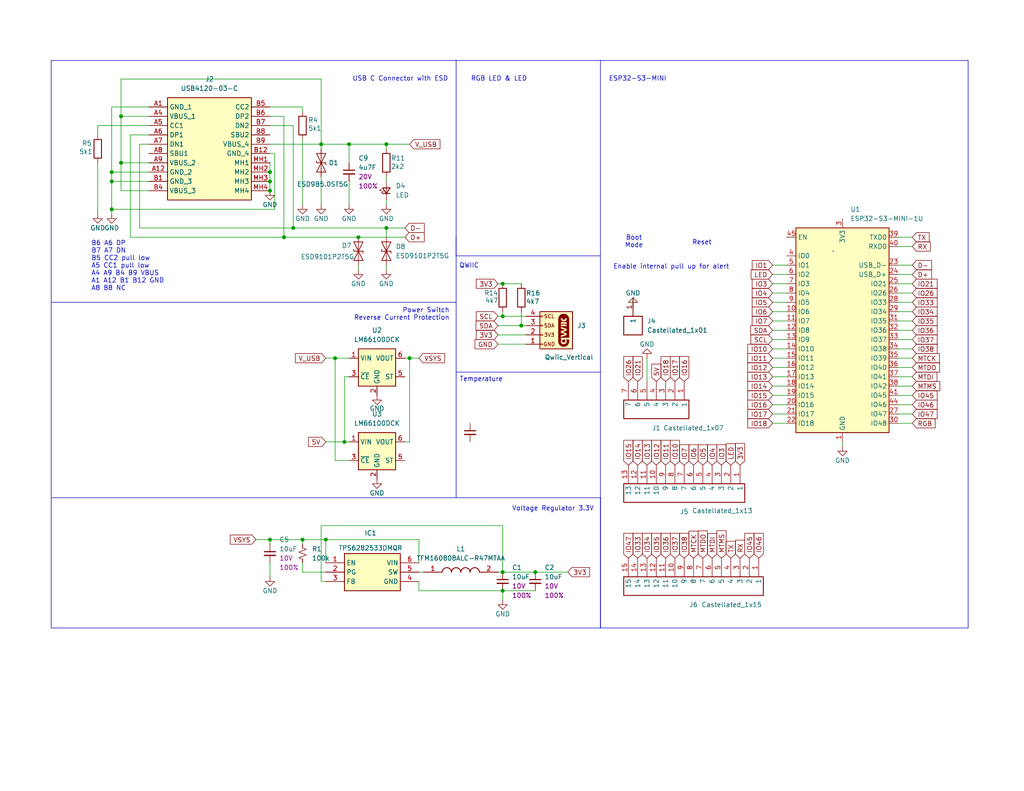
<source format=kicad_sch>
(kicad_sch (version 20250114) (generator "eeschema") (generator_version "9.0")
  (paper "USLetter")
  (title_block (title "ESP32-S3-MINI BME210") (date "2026-02-08") (rev "1.0"))
  (lib_symbols
    (symbol "Castellated_Connectors:Castellated_1x01"
      (property "Reference" "J" (at 0 5.08 0))
      (property "Value" "Castellated_1x01" (at 0 -5.08 0))
      (symbol "Castellated_1x01_1_1"
        (pin passive line (at -7.62 0 0) (length 5.08) (name "1") (number "1"))
      )
    )
    (symbol "Castellated_Connectors:Castellated_1x07"
      (property "Reference" "J" (at 0 11.43 0))
      (property "Value" "Castellated_1x07" (at 0 -11.43 0))
      (symbol "Castellated_1x07_1_1"
        (pin passive line (at -7.62 7.62 0) (length 5.08) (name "1") (number "1"))
        (pin passive line (at -7.62 5.08 0) (length 5.08) (name "2") (number "2"))
        (pin passive line (at -7.62 2.54 0) (length 5.08) (name "3") (number "3"))
        (pin passive line (at -7.62 0 0) (length 5.08) (name "4") (number "4"))
        (pin passive line (at -7.62 -2.54 0) (length 5.08) (name "5") (number "5"))
        (pin passive line (at -7.62 -5.08 0) (length 5.08) (name "6") (number "6"))
        (pin passive line (at -7.62 -7.62 0) (length 5.08) (name "7") (number "7"))
      )
    )
    (symbol "Castellated_Connectors:Castellated_1x13"
      (property "Reference" "J" (at 0 19.05 0))
      (property "Value" "Castellated_1x13" (at 0 -19.05 0))
      (symbol "Castellated_1x13_1_1"
        (pin passive line (at -7.62 15.24 0) (length 5.08) (name "1") (number "1"))
        (pin passive line (at -7.62 12.7 0) (length 5.08) (name "2") (number "2"))
        (pin passive line (at -7.62 10.16 0) (length 5.08) (name "3") (number "3"))
        (pin passive line (at -7.62 7.62 0) (length 5.08) (name "4") (number "4"))
        (pin passive line (at -7.62 5.08 0) (length 5.08) (name "5") (number "5"))
        (pin passive line (at -7.62 2.54 0) (length 5.08) (name "6") (number "6"))
        (pin passive line (at -7.62 0 0) (length 5.08) (name "7") (number "7"))
        (pin passive line (at -7.62 -2.54 0) (length 5.08) (name "8") (number "8"))
        (pin passive line (at -7.62 -5.08 0) (length 5.08) (name "9") (number "9"))
        (pin passive line (at -7.62 -7.62 0) (length 5.08) (name "10") (number "10"))
        (pin passive line (at -7.62 -10.16 0) (length 5.08) (name "11") (number "11"))
        (pin passive line (at -7.62 -12.7 0) (length 5.08) (name "12") (number "12"))
        (pin passive line (at -7.62 -15.24 0) (length 5.08) (name "13") (number "13"))
      )
    )
    (symbol "Castellated_Connectors:Castellated_1x15"
      (property "Reference" "J" (at 0 21.59 0))
      (property "Value" "Castellated_1x15" (at 0 -21.59 0))
      (symbol "Castellated_1x15_1_1"
        (pin passive line (at -7.62 17.78 0) (length 5.08) (name "1") (number "1"))
        (pin passive line (at -7.62 15.24 0) (length 5.08) (name "2") (number "2"))
        (pin passive line (at -7.62 12.7 0) (length 5.08) (name "3") (number "3"))
        (pin passive line (at -7.62 10.16 0) (length 5.08) (name "4") (number "4"))
        (pin passive line (at -7.62 7.62 0) (length 5.08) (name "5") (number "5"))
        (pin passive line (at -7.62 5.08 0) (length 5.08) (name "6") (number "6"))
        (pin passive line (at -7.62 2.54 0) (length 5.08) (name "7") (number "7"))
        (pin passive line (at -7.62 0 0) (length 5.08) (name "8") (number "8"))
        (pin passive line (at -7.62 -2.54 0) (length 5.08) (name "9") (number "9"))
        (pin passive line (at -7.62 -5.08 0) (length 5.08) (name "10") (number "10"))
        (pin passive line (at -7.62 -7.62 0) (length 5.08) (name "11") (number "11"))
        (pin passive line (at -7.62 -10.16 0) (length 5.08) (name "12") (number "12"))
        (pin passive line (at -7.62 -12.7 0) (length 5.08) (name "13") (number "13"))
        (pin passive line (at -7.62 -15.24 0) (length 5.08) (name "14") (number "14"))
        (pin passive line (at -7.62 -17.78 0) (length 5.08) (name "15") (number "15"))
      )
    )
    (symbol "Device:R" (pin_numbers (hide yes)) (pin_names (offset 0))
      (property "Reference" "R" (at 2.032 0 90))
      (property "Value" "R" (at 0 0 90))
      (symbol "R_1_1"
        (pin passive line (at 0 3.81 270) (length 1.27) (name "~") (number "1"))
        (pin passive line (at 0 -3.81 90) (length 1.27) (name "~") (number "2"))
      )
    )
    (symbol "Diode:ESD9B5.0ST5G" (pin_numbers (hide yes)) (pin_names (offset 1.016) (hide yes))
      (property "Reference" "D" (at 0 2.54 0))
      (property "Value" "ESD9B5.0ST5G" (at 0 -2.54 0))
      (symbol "ESD9B5.0ST5G_1_1"
        (pin passive line (at -3.81 0 0) (length 2.54) (name "A1") (number "1"))
        (pin passive line (at 3.81 0 180) (length 2.54) (name "A2") (number "2"))
      )
    )
    (symbol "ESP32:TFM160808ALC-R47MTAA" (pin_names (hide yes))
      (property "Reference" "L" (at 16.51 6.35 0))
      (property "Value" "TFM160808ALC-R47MTAA" (at 16.51 3.81 0))
      (symbol "TFM160808ALC-R47MTAA_1_1"
        (pin passive line (at 0 0 0) (length 5.08) (name "1") (number "1"))
        (pin passive line (at 20.32 0 180) (length 5.08) (name "2") (number "2"))
      )
    )
    (symbol "ESP32:TPS6282533DMQR"
      (property "Reference" "IC" (at 21.59 7.62 0))
      (property "Value" "TPS6282533DMQR" (at 21.59 5.08 0))
      (symbol "TPS6282533DMQR_1_1"
        (pin passive line (at 0 0 0) (length 5.08) (name "EN") (number "1"))
        (pin passive line (at 0 -2.54 0) (length 5.08) (name "PG") (number "2"))
        (pin passive line (at 0 -5.08 0) (length 5.08) (name "FB") (number "3"))
        (pin passive line (at 25.4 0 180) (length 5.08) (name "VIN") (number "6"))
        (pin passive line (at 25.4 -2.54 180) (length 5.08) (name "SW") (number "5"))
        (pin passive line (at 25.4 -5.08 180) (length 5.08) (name "GND") (number "4"))
      )
    )
    (symbol "ESP32:USB4120-03-C"
      (property "Reference" "J" (at 29.21 7.62 0))
      (property "Value" "USB4120-03-C" (at 29.21 5.08 0))
      (symbol "USB4120-03-C_1_1"
        (pin passive line (at 0 0 0) (length 5.08) (name "GND_1") (number "A1"))
        (pin passive line (at 0 -2.54 0) (length 5.08) (name "VBUS_1") (number "A4"))
        (pin passive line (at 0 -5.08 0) (length 5.08) (name "CC1") (number "A5"))
        (pin passive line (at 0 -7.62 0) (length 5.08) (name "DP1") (number "A6"))
        (pin passive line (at 0 -10.16 0) (length 5.08) (name "DN1") (number "A7"))
        (pin passive line (at 0 -12.7 0) (length 5.08) (name "SBU1") (number "A8"))
        (pin passive line (at 0 -15.24 0) (length 5.08) (name "VBUS_2") (number "A9"))
        (pin passive line (at 0 -17.78 0) (length 5.08) (name "GND_2") (number "A12"))
        (pin passive line (at 0 -20.32 0) (length 5.08) (name "GND_3") (number "B1"))
        (pin passive line (at 0 -22.86 0) (length 5.08) (name "VBUS_3") (number "B4"))
        (pin passive line (at 33.02 0 180) (length 5.08) (name "CC2") (number "B5"))
        (pin passive line (at 33.02 -2.54 180) (length 5.08) (name "DP2") (number "B6"))
        (pin passive line (at 33.02 -5.08 180) (length 5.08) (name "DN2") (number "B7"))
        (pin passive line (at 33.02 -7.62 180) (length 5.08) (name "SBU2") (number "B8"))
        (pin passive line (at 33.02 -10.16 180) (length 5.08) (name "VBUS_4") (number "B9"))
        (pin passive line (at 33.02 -12.7 180) (length 5.08) (name "GND_4") (number "B12"))
        (pin passive line (at 33.02 -15.24 180) (length 5.08) (name "MH1") (number "MH1"))
        (pin passive line (at 33.02 -17.78 180) (length 5.08) (name "MH2") (number "MH2"))
        (pin passive line (at 33.02 -20.32 180) (length 5.08) (name "MH3") (number "MH3"))
        (pin passive line (at 33.02 -22.86 180) (length 5.08) (name "MH4") (number "MH4"))
      )
    )
    (symbol "PCM_SparkFun-Capacitor:10nF_0402_25V_10%" (pin_numbers (hide yes)) (pin_names (offset 0.254))
      (property "Reference" "C" (at 0.635 2.54 0))
      (property "Value" "10nF" (at 0.635 -2.54 0))
      (property "Voltage" "50V" (at 0 -6.35 0))
      (property "Tolerance" "10%" (at 0 -8.89 0))
      (symbol "10nF_0402_25V_10%_1_1"
        (pin passive line (at 0 2.54 270) (length 2.032) (name "~") (number "1"))
        (pin passive line (at 0 -2.54 90) (length 2.032) (name "~") (number "2"))
      )
    )
    (symbol "PCM_SparkFun-Capacitor:C" (pin_numbers (hide yes)) (pin_names (offset 0.254))
      (property "Reference" "C" (at 0.635 2.54 0))
      (property "Value" "C" (at 0.635 -2.54 0))
      (property "Voltage" "1kV" (at 0 -6.35 0))
      (property "Tolerance" "100%" (at 0 -8.89 0))
      (symbol "C_1_1"
        (pin passive line (at 0 2.54 270) (length 2.032) (name "~") (number "1"))
        (pin passive line (at 0 -2.54 90) (length 2.032) (name "~") (number "2"))
      )
    )
    (symbol "PCM_SparkFun-Connector:Qwiic_Vertical" (pin_names (offset 1.016) (hide yes))
      (property "Reference" "J" (at 0 5.08 0))
      (property "Value" "Qwiic_Vertical" (at 0 -7.62 0))
      (symbol "Qwiic_Vertical_1_1"
        (text "SCL" (at 1.27 2.54 0) (effects (font (size 1 1))))
        (text "SDA" (at 1.27 0 0) (effects (font (size 1 1))))
        (text "3V3" (at 1.27 -2.54 0) (effects (font (size 1 1))))
        (text "GND" (at 1.27 -5.08 0) (effects (font (size 1 1))))
        (pin passive line (at -5.08 2.54 0) (length 3.81) (name "Pin_4") (number "4"))
        (pin passive line (at -5.08 0 0) (length 3.81) (name "Pin_3") (number "3"))
        (pin passive line (at -5.08 -2.54 0) (length 3.81) (name "Pin_2") (number "2"))
        (pin passive line (at -5.08 -5.08 0) (length 3.81) (name "Pin_1") (number "1"))
        (pin no_connect line (at 2.54 3.81 270) (length 2.54) (hide yes) (name "NC") (number "NC1"))
        (pin no_connect line (at 2.54 3.81 270) (length 2.54) (hide yes) (name "NC") (number "NC2"))
      )
    )
    (symbol "PCM_SparkFun-LED:LED" (pin_numbers (hide yes)) (pin_names (offset 1.016) (hide yes))
      (property "Reference" "D" (at 0 2.54 0))
      (property "Value" "LED" (at 0 -2.54 0))
      (symbol "LED_1_1"
        (pin passive line (at -2.54 0 0) (length 1.778) (name "K") (number "1"))
        (pin passive line (at 2.54 0 180) (length 1.778) (name "A") (number "2"))
      )
    )
    (symbol "PCM_SparkFun-PowerSymbol:GND" (power) (pin_names (offset 0))
      (property "Value" "GND" (at 0 -3.81 0))
      (symbol "GND_1_1"
        (pin power_in line (at 0 0 270) (length 0) (hide yes) (name "GND") (number "1"))
      )
    )
    (symbol "PCM_SparkFun-Resistor:100k_0402" (pin_numbers (hide yes)) (pin_names (offset 0))
      (property "Reference" "R" (at 0 -2.54 0))
      (property "Value" "100k" (at 0 2.54 0))
      (symbol "100k_0402_1_1"
        (pin passive line (at -2.54 0 0) (length 1.016) (name "~") (number "1"))
        (pin passive line (at 2.54 0 180) (length 1.016) (name "~") (number "2"))
      )
    )
    (symbol "Power_Management:LM66100DCK"
      (property "Reference" "U" (at -5.08 6.096 0))
      (property "Value" "LM66100DCK" (at 0.254 -6.35 0))
      (symbol "LM66100DCK_1_1"
        (pin power_in line (at -7.62 2.54 0) (length 2.54) (name "VIN") (number "1"))
        (pin input line (at -7.62 -2.54 0) (length 2.54) (name "~{CE}") (number "3"))
        (pin no_connect line (at 0 5.08 270) (length 2.54) (hide yes) (name "NC") (number "4"))
        (pin power_in line (at 0 -7.62 90) (length 2.54) (name "GND") (number "2"))
        (pin power_out line (at 7.62 2.54 180) (length 2.54) (name "VOUT") (number "6"))
        (pin open_collector line (at 7.62 -2.54 180) (length 2.54) (name "ST") (number "5"))
      )
    )
    (symbol "RF_Module:ESP32-S3-MINI-1U"
      (property "Reference" "U" (at -11.43 29.21 0))
      (property "Value" "ESP32-S3-MINI-1U" (at 12.7 29.21 0))
      (symbol "ESP32-S3-MINI-1U_1_1"
        (pin input line (at -15.24 25.4 0) (length 2.54) (name "EN") (number "45"))
        (pin bidirectional line (at -15.24 20.32 0) (length 2.54) (name "IO0") (number "4"))
        (pin bidirectional line (at -15.24 17.78 0) (length 2.54) (name "IO1") (number "5"))
        (pin bidirectional line (at -15.24 15.24 0) (length 2.54) (name "IO2") (number "6"))
        (pin bidirectional line (at -15.24 12.7 0) (length 2.54) (name "IO3") (number "7"))
        (pin bidirectional line (at -15.24 10.16 0) (length 2.54) (name "IO4") (number "8"))
        (pin bidirectional line (at -15.24 7.62 0) (length 2.54) (name "IO5") (number "9"))
        (pin bidirectional line (at -15.24 5.08 0) (length 2.54) (name "IO6") (number "10"))
        (pin bidirectional line (at -15.24 2.54 0) (length 2.54) (name "IO7") (number "11"))
        (pin bidirectional line (at -15.24 0 0) (length 2.54) (name "IO8") (number "12"))
        (pin bidirectional line (at -15.24 -2.54 0) (length 2.54) (name "IO9") (number "13"))
        (pin bidirectional line (at -15.24 -5.08 0) (length 2.54) (name "IO10") (number "14"))
        (pin bidirectional line (at -15.24 -7.62 0) (length 2.54) (name "IO11") (number "15"))
        (pin bidirectional line (at -15.24 -10.16 0) (length 2.54) (name "IO12") (number "16"))
        (pin bidirectional line (at -15.24 -12.7 0) (length 2.54) (name "IO13") (number "17"))
        (pin bidirectional line (at -15.24 -15.24 0) (length 2.54) (name "IO14") (number "18"))
        (pin bidirectional line (at -15.24 -17.78 0) (length 2.54) (name "IO15") (number "19"))
        (pin bidirectional line (at -15.24 -20.32 0) (length 2.54) (name "IO16") (number "20"))
        (pin bidirectional line (at -15.24 -22.86 0) (length 2.54) (name "IO17") (number "21"))
        (pin bidirectional line (at -15.24 -25.4 0) (length 2.54) (name "IO18") (number "22"))
        (pin power_in line (at 0 30.48 270) (length 2.54) (name "3V3") (number "3"))
        (pin power_in line (at 0 -30.48 90) (length 2.54) (name "GND") (number "1"))
        (pin passive line (at 0 -30.48 90) (length 2.54) (hide yes) (name "GND") (number "2"))
        (pin passive line (at 0 -30.48 90) (length 2.54) (hide yes) (name "GND") (number "42"))
        (pin passive line (at 0 -30.48 90) (length 2.54) (hide yes) (name "GND") (number "43"))
        (pin passive line (at 0 -30.48 90) (length 2.54) (hide yes) (name "GND") (number "46"))
        (pin passive line (at 0 -30.48 90) (length 2.54) (hide yes) (name "GND") (number "47"))
        (pin passive line (at 0 -30.48 90) (length 2.54) (hide yes) (name "GND") (number "48"))
        (pin passive line (at 0 -30.48 90) (length 2.54) (hide yes) (name "GND") (number "49"))
        (pin passive line (at 0 -30.48 90) (length 2.54) (hide yes) (name "GND") (number "50"))
        (pin passive line (at 0 -30.48 90) (length 2.54) (hide yes) (name "GND") (number "51"))
        (pin passive line (at 0 -30.48 90) (length 2.54) (hide yes) (name "GND") (number "52"))
        (pin passive line (at 0 -30.48 90) (length 2.54) (hide yes) (name "GND") (number "53"))
        (pin passive line (at 0 -30.48 90) (length 2.54) (hide yes) (name "GND") (number "54"))
        (pin passive line (at 0 -30.48 90) (length 2.54) (hide yes) (name "GND") (number "55"))
        (pin passive line (at 0 -30.48 90) (length 2.54) (hide yes) (name "GND") (number "56"))
        (pin passive line (at 0 -30.48 90) (length 2.54) (hide yes) (name "GND") (number "57"))
        (pin passive line (at 0 -30.48 90) (length 2.54) (hide yes) (name "GND") (number "58"))
        (pin passive line (at 0 -30.48 90) (length 2.54) (hide yes) (name "GND") (number "59"))
        (pin passive line (at 0 -30.48 90) (length 2.54) (hide yes) (name "GND") (number "60"))
        (pin passive line (at 0 -30.48 90) (length 2.54) (hide yes) (name "GND") (number "61"))
        (pin passive line (at 0 -30.48 90) (length 2.54) (hide yes) (name "GND") (number "62"))
        (pin passive line (at 0 -30.48 90) (length 2.54) (hide yes) (name "GND") (number "63"))
        (pin passive line (at 0 -30.48 90) (length 2.54) (hide yes) (name "GND") (number "64"))
        (pin passive line (at 0 -30.48 90) (length 2.54) (hide yes) (name "GND") (number "65"))
        (pin bidirectional line (at 15.24 25.4 180) (length 2.54) (name "TXD0") (number "39"))
        (pin bidirectional line (at 15.24 22.86 180) (length 2.54) (name "RXD0") (number "40"))
        (pin bidirectional line (at 15.24 17.78 180) (length 2.54) (name "USB_D-") (number "23"))
        (pin bidirectional line (at 15.24 15.24 180) (length 2.54) (name "USB_D+") (number "24"))
        (pin bidirectional line (at 15.24 12.7 180) (length 2.54) (name "IO21") (number "25"))
        (pin bidirectional line (at 15.24 10.16 180) (length 2.54) (name "IO26") (number "26"))
        (pin bidirectional line (at 15.24 7.62 180) (length 2.54) (name "IO33") (number "28"))
        (pin bidirectional line (at 15.24 5.08 180) (length 2.54) (name "IO34") (number "29"))
        (pin bidirectional line (at 15.24 2.54 180) (length 2.54) (name "IO35") (number "31"))
        (pin bidirectional line (at 15.24 0 180) (length 2.54) (name "IO36") (number "32"))
        (pin bidirectional line (at 15.24 -2.54 180) (length 2.54) (name "IO37") (number "33"))
        (pin bidirectional line (at 15.24 -5.08 180) (length 2.54) (name "IO38") (number "34"))
        (pin bidirectional line (at 15.24 -7.62 180) (length 2.54) (name "IO39") (number "35"))
        (pin bidirectional line (at 15.24 -10.16 180) (length 2.54) (name "IO40") (number "36"))
        (pin bidirectional line (at 15.24 -12.7 180) (length 2.54) (name "IO41") (number "37"))
        (pin bidirectional line (at 15.24 -15.24 180) (length 2.54) (name "IO42") (number "38"))
        (pin bidirectional line (at 15.24 -17.78 180) (length 2.54) (name "IO45") (number "41"))
        (pin bidirectional line (at 15.24 -20.32 180) (length 2.54) (name "IO46") (number "44"))
        (pin bidirectional line (at 15.24 -22.86 180) (length 2.54) (name "IO47") (number "27"))
        (pin bidirectional line (at 15.24 -25.4 180) (length 2.54) (name "IO48") (number "30"))
      )
    )
  )
  (circle (center 227.33 68.58) (radius 0.0001))
  (text "Voltage Regulator 3.3V" (at 150.876 138.938 0) (effects (font (size 1.27 1.27))))
  (text "Boot\nMode" (at 172.974 66.04 0) (effects (font (size 1.27 1.27))))
  (text "ESP32-S3-MINI" (at 173.99 21.59 0) (effects (font (size 1.27 1.27))))
  (text "Power Switch\nReverse Current Protection" (at 122.682 85.852 0) (effects (font (size 1.27 1.27)) (justify right)))
  (text "Temperature" (at 131.318 103.632 0) (effects (font (size 1.27 1.27))))
  (text "RGB LED & LED" (at 136.144 21.59 0) (effects (font (size 1.27 1.27))))
  (text "Reset" (at 191.516 66.294 0) (effects (font (size 1.27 1.27))))
  (text "Enable internal pull up for alert" (at 183.134 72.898 0) (effects (font (size 1.27 1.27))))
  (text "B6 A6 DP\nB7 A7 DN\nB5 CC2 pull low\nA5 CC1 pull low\nA4 A9 B4 B9 VBUS\nA1 A12 B1 B12 GND\nA8 B8 NC\n" (at 24.892 72.644 0) (effects (font (size 1.27 1.27)) (justify left)))
  (text "USB C Connector with ESD" (at 109.22 21.59 0) (effects (font (size 1.27 1.27))))
  (text "QWIIC\n" (at 128.016 72.644 0) (effects (font (size 1.27 1.27))))
  (junction (at 73.66 147.32))
  (junction (at 105.41 62.23))
  (junction (at 95.25 39.37))
  (junction (at 82.55 147.32))
  (junction (at 33.02 31.75))
  (junction (at 105.41 39.37))
  (junction (at 77.47 64.77))
  (junction (at 111.76 97.79))
  (junction (at 30.48 46.99))
  (junction (at 137.16 161.29))
  (junction (at 30.48 49.53))
  (junction (at 33.02 44.45))
  (junction (at 146.05 156.21))
  (junction (at 93.98 120.65))
  (junction (at 73.66 52.07))
  (junction (at 137.16 156.21))
  (junction (at 97.79 64.77))
  (junction (at 80.01 62.23))
  (junction (at 88.9 147.32))
  (junction (at 87.63 39.37))
  (junction (at 73.66 46.99))
  (junction (at 137.16 77.47))
  (junction (at 30.48 57.15))
  (junction (at 142.24 88.9))
  (junction (at 73.66 49.53))
  (junction (at 137.16 86.36))
  (junction (at 91.44 97.79))
  (wire (pts (xy 110.49 97.79) (xy 111.76 97.79)))
  (polyline (pts (xy 124.46 82.55) (xy 13.97 82.55)) (stroke (width 0) (type solid)))
  (wire (pts (xy 210.82 80.01) (xy 214.63 80.01)))
  (wire (pts (xy 91.44 97.79) (xy 95.25 97.79)))
  (wire (pts (xy 87.63 143.51) (xy 137.16 143.51)))
  (wire (pts (xy 210.82 105.41) (xy 214.63 105.41)))
  (wire (pts (xy 30.48 49.53) (xy 30.48 57.15)))
  (wire (pts (xy 229.87 120.65) (xy 229.87 121.92)))
  (wire (pts (xy 88.9 156.21) (xy 82.55 156.21)))
  (wire (pts (xy 172.72 81.28) (xy 172.72 83.82)))
  (polyline (pts (xy 124.46 101.6) (xy 163.83 101.6)) (stroke (width 0) (type solid)))
  (polyline (pts (xy 264.16 16.51) (xy 264.16 171.45)) (stroke (width 0) (type solid)))
  (wire (pts (xy 77.47 31.75) (xy 77.47 64.77)))
  (wire (pts (xy 26.67 44.45) (xy 26.67 58.42)))
  (wire (pts (xy 105.41 40.64) (xy 105.41 39.37)))
  (wire (pts (xy 26.67 34.29) (xy 26.67 36.83)))
  (wire (pts (xy 105.41 48.26) (xy 105.41 49.53)))
  (polyline (pts (xy 163.83 69.85) (xy 124.46 69.85)) (stroke (width 0) (type solid)))
  (wire (pts (xy 82.55 156.21) (xy 82.55 153.67)))
  (wire (pts (xy 245.11 105.41) (xy 248.92 105.41)))
  (wire (pts (xy 97.79 72.39) (xy 97.79 73.66)))
  (wire (pts (xy 91.44 125.73) (xy 95.25 125.73)))
  (wire (pts (xy 26.67 34.29) (xy 40.64 34.29)))
  (wire (pts (xy 248.92 92.71) (xy 245.11 92.71)))
  (wire (pts (xy 210.82 110.49) (xy 214.63 110.49)))
  (wire (pts (xy 95.25 49.53) (xy 95.25 55.88)))
  (wire (pts (xy 135.89 91.44) (xy 143.51 91.44)))
  (wire (pts (xy 73.66 147.32) (xy 73.66 148.59)))
  (wire (pts (xy 248.92 87.63) (xy 245.11 87.63)))
  (wire (pts (xy 30.48 49.53) (xy 40.64 49.53)))
  (wire (pts (xy 245.11 74.93) (xy 248.92 74.93)))
  (polyline (pts (xy 163.83 16.51) (xy 163.83 133.35)) (stroke (width 0) (type solid)))
  (wire (pts (xy 248.92 85.09) (xy 245.11 85.09)))
  (wire (pts (xy 88.9 153.67) (xy 88.9 147.32)))
  (wire (pts (xy 82.55 147.32) (xy 88.9 147.32)))
  (wire (pts (xy 73.66 46.99) (xy 73.66 49.53)))
  (wire (pts (xy 33.02 31.75) (xy 40.64 31.75)))
  (wire (pts (xy 82.55 29.21) (xy 82.55 30.48)))
  (wire (pts (xy 137.16 86.36) (xy 143.51 86.36)))
  (wire (pts (xy 105.41 54.61) (xy 105.41 55.88)))
  (wire (pts (xy 93.98 102.87) (xy 95.25 102.87)))
  (polyline (pts (xy 13.97 135.89) (xy 124.46 135.89)) (stroke (width 0) (type solid)))
  (polyline (pts (xy 163.83 135.89) (xy 163.83 133.35)) (stroke (width 0) (type solid)))
  (wire (pts (xy 111.76 97.79) (xy 114.3 97.79)))
  (wire (pts (xy 210.82 115.57) (xy 214.63 115.57)))
  (wire (pts (xy 35.56 64.77) (xy 77.47 64.77)))
  (wire (pts (xy 30.48 46.99) (xy 40.64 46.99)))
  (wire (pts (xy 33.02 31.75) (xy 33.02 44.45)))
  (wire (pts (xy 210.82 97.79) (xy 214.63 97.79)))
  (wire (pts (xy 30.48 57.15) (xy 30.48 58.42)))
  (wire (pts (xy 87.63 21.59) (xy 87.63 39.37)))
  (wire (pts (xy 210.82 82.55) (xy 214.63 82.55)))
  (wire (pts (xy 30.48 29.21) (xy 40.64 29.21)))
  (wire (pts (xy 69.85 147.32) (xy 73.66 147.32)))
  (wire (pts (xy 95.25 39.37) (xy 105.41 39.37)))
  (wire (pts (xy 210.82 74.93) (xy 214.63 74.93)))
  (wire (pts (xy 30.48 29.21) (xy 30.48 46.99)))
  (wire (pts (xy 88.9 158.75) (xy 87.63 158.75)))
  (wire (pts (xy 248.92 113.03) (xy 245.11 113.03)))
  (polyline (pts (xy 13.97 82.55) (xy 13.97 137.16)) (stroke (width 0) (type solid)))
  (wire (pts (xy 91.44 97.79) (xy 91.44 125.73)))
  (wire (pts (xy 135.89 93.98) (xy 143.51 93.98)))
  (wire (pts (xy 88.9 120.65) (xy 93.98 120.65)))
  (wire (pts (xy 105.41 64.77) (xy 105.41 62.23)))
  (wire (pts (xy 135.89 156.21) (xy 137.16 156.21)))
  (wire (pts (xy 73.66 34.29) (xy 80.01 34.29)))
  (wire (pts (xy 210.82 113.03) (xy 214.63 113.03)))
  (wire (pts (xy 93.98 102.87) (xy 93.98 120.65)))
  (wire (pts (xy 248.92 77.47) (xy 245.11 77.47)))
  (wire (pts (xy 73.66 29.21) (xy 82.55 29.21)))
  (wire (pts (xy 88.9 97.79) (xy 91.44 97.79)))
  (wire (pts (xy 135.89 77.47) (xy 137.16 77.47)))
  (wire (pts (xy 35.56 36.83) (xy 35.56 64.77)))
  (polyline (pts (xy 124.46 69.85) (xy 124.46 64.77)) (stroke (width 0) (type solid)))
  (wire (pts (xy 73.66 147.32) (xy 82.55 147.32)))
  (wire (pts (xy 73.66 31.75) (xy 77.47 31.75)))
  (wire (pts (xy 87.63 48.26) (xy 87.63 55.88)))
  (wire (pts (xy 82.55 147.32) (xy 82.55 148.59)))
  (wire (pts (xy 146.05 156.21) (xy 154.94 156.21)))
  (wire (pts (xy 245.11 102.87) (xy 248.92 102.87)))
  (wire (pts (xy 38.1 39.37) (xy 40.64 39.37)))
  (wire (pts (xy 73.66 49.53) (xy 73.66 52.07)))
  (polyline (pts (xy 124.46 16.51) (xy 163.83 16.51)))
  (wire (pts (xy 77.47 64.77) (xy 97.79 64.77)))
  (wire (pts (xy 30.48 46.99) (xy 30.48 49.53)))
  (polyline (pts (xy 163.83 171.45) (xy 163.83 135.89)) (stroke (width 0) (type solid)))
  (wire (pts (xy 38.1 62.23) (xy 38.1 39.37)))
  (wire (pts (xy 114.3 147.32) (xy 114.3 153.67)))
  (wire (pts (xy 74.93 41.91) (xy 73.66 41.91)))
  (wire (pts (xy 248.92 110.49) (xy 245.11 110.49)))
  (polyline (pts (xy 13.97 137.16) (xy 13.97 171.45)) (stroke (width 0) (type solid)))
  (polyline (pts (xy 13.97 171.45) (xy 163.83 171.45)) (stroke (width 0) (type solid)))
  (wire (pts (xy 33.02 44.45) (xy 40.64 44.45)))
  (wire (pts (xy 80.01 34.29) (xy 80.01 62.23)))
  (wire (pts (xy 210.82 90.17) (xy 214.63 90.17)))
  (wire (pts (xy 73.66 39.37) (xy 87.63 39.37)))
  (wire (pts (xy 210.82 102.87) (xy 214.63 102.87)))
  (wire (pts (xy 40.64 52.07) (xy 33.02 52.07)))
  (wire (pts (xy 73.66 44.45) (xy 73.66 46.99)))
  (wire (pts (xy 114.3 158.75) (xy 114.3 161.29)))
  (wire (pts (xy 105.41 72.39) (xy 105.41 73.66)))
  (wire (pts (xy 142.24 88.9) (xy 143.51 88.9)))
  (wire (pts (xy 210.82 92.71) (xy 214.63 92.71)))
  (wire (pts (xy 33.02 21.59) (xy 87.63 21.59)))
  (polyline (pts (xy 264.16 171.45) (xy 163.83 171.45)) (stroke (width 0) (type solid)))
  (polyline (pts (xy 13.97 16.51) (xy 13.97 82.55)) (stroke (width 0) (type solid)))
  (wire (pts (xy 245.11 64.77) (xy 248.92 64.77)))
  (wire (pts (xy 88.9 147.32) (xy 114.3 147.32)))
  (wire (pts (xy 176.53 97.79) (xy 176.53 104.14)))
  (wire (pts (xy 105.41 62.23) (xy 110.49 62.23)))
  (wire (pts (xy 245.11 100.33) (xy 248.92 100.33)))
  (wire (pts (xy 135.89 86.36) (xy 137.16 86.36)))
  (wire (pts (xy 245.11 72.39) (xy 248.92 72.39)))
  (wire (pts (xy 137.16 77.47) (xy 142.24 77.47)))
  (wire (pts (xy 210.82 100.33) (xy 214.63 100.33)))
  (wire (pts (xy 210.82 85.09) (xy 214.63 85.09)))
  (wire (pts (xy 245.11 67.31) (xy 248.92 67.31)))
  (wire (pts (xy 210.82 72.39) (xy 214.63 72.39)))
  (wire (pts (xy 137.16 85.09) (xy 137.16 86.36)))
  (wire (pts (xy 114.3 156.21) (xy 115.57 156.21)))
  (wire (pts (xy 74.93 57.15) (xy 30.48 57.15)))
  (wire (pts (xy 87.63 39.37) (xy 87.63 40.64)))
  (wire (pts (xy 245.11 95.25) (xy 248.92 95.25)))
  (wire (pts (xy 80.01 62.23) (xy 105.41 62.23)))
  (wire (pts (xy 105.41 39.37) (xy 111.76 39.37)))
  (wire (pts (xy 33.02 31.75) (xy 33.02 21.59)))
  (wire (pts (xy 137.16 143.51) (xy 137.16 156.21)))
  (wire (pts (xy 87.63 39.37) (xy 95.25 39.37)))
  (wire (pts (xy 142.24 85.09) (xy 142.24 88.9)))
  (wire (pts (xy 210.82 87.63) (xy 214.63 87.63)))
  (wire (pts (xy 137.16 156.21) (xy 146.05 156.21)))
  (wire (pts (xy 137.16 161.29) (xy 137.16 163.83)))
  (wire (pts (xy 33.02 44.45) (xy 33.02 52.07)))
  (wire (pts (xy 114.3 161.29) (xy 137.16 161.29)))
  (wire (pts (xy 248.92 90.17) (xy 245.11 90.17)))
  (wire (pts (xy 245.11 97.79) (xy 248.92 97.79)))
  (wire (pts (xy 97.79 64.77) (xy 110.49 64.77)))
  (wire (pts (xy 137.16 161.29) (xy 146.05 161.29)))
  (polyline (pts (xy 13.97 16.51) (xy 124.46 16.51)) (stroke (width 0) (type solid)))
  (wire (pts (xy 210.82 107.95) (xy 214.63 107.95)))
  (wire (pts (xy 111.76 120.65) (xy 111.76 97.79)))
  (wire (pts (xy 93.98 120.65) (xy 95.25 120.65)))
  (wire (pts (xy 38.1 62.23) (xy 80.01 62.23)))
  (wire (pts (xy 248.92 80.01) (xy 245.11 80.01)))
  (wire (pts (xy 87.63 158.75) (xy 87.63 143.51)))
  (polyline (pts (xy 163.83 171.45) (xy 163.83 135.89)) (stroke (width 0) (type solid)))
  (wire (pts (xy 73.66 153.67) (xy 73.66 157.48)))
  (wire (pts (xy 245.11 115.57) (xy 248.92 115.57)))
  (wire (pts (xy 74.93 41.91) (xy 74.93 57.15)))
  (wire (pts (xy 248.92 82.55) (xy 245.11 82.55)))
  (polyline (pts (xy 124.46 135.89) (xy 163.83 135.89)) (stroke (width 0) (type solid)))
  (polyline (pts (xy 163.83 16.51) (xy 264.16 16.51)) (stroke (width 0) (type solid)))
  (wire (pts (xy 210.82 95.25) (xy 214.63 95.25)))
  (wire (pts (xy 245.11 107.95) (xy 248.92 107.95)))
  (wire (pts (xy 110.49 120.65) (xy 111.76 120.65)))
  (wire (pts (xy 95.25 39.37) (xy 95.25 44.45)))
  (polyline (pts (xy 124.46 135.89) (xy 124.46 16.51)) (stroke (width 0) (type solid)))
  (wire (pts (xy 135.89 88.9) (xy 142.24 88.9)))
  (wire (pts (xy 210.82 77.47) (xy 214.63 77.47)))
  (wire (pts (xy 82.55 38.1) (xy 82.55 55.88)))
  (wire (pts (xy 40.64 36.83) (xy 35.56 36.83)))
  (global_label "IO18" (shape input) (at 181.61 104.14 90) (property "Intersheetrefs" "${INTERSHEET_REFS}" (effects (hide yes))))
  (global_label "IO3" (shape input) (at 196.85 127 90) (property "Intersheetrefs" "${INTERSHEET_REFS}" (effects (hide yes))))
  (global_label "VSYS" (shape input) (at 69.85 147.32 180) (property "Intersheetrefs" "${INTERSHEET_REFS}" (effects (hide yes))))
  (global_label "V_USB" (shape input) (at 88.9 97.79 180) (property "Intersheetrefs" "${INTERSHEET_REFS}" (effects (hide yes))))
  (global_label "IO35" (shape input) (at 248.92 87.63 0) (property "Intersheetrefs" "${INTERSHEET_REFS}" (effects (hide yes))))
  (global_label "LED" (shape input) (at 199.39 127 90) (property "Intersheetrefs" "${INTERSHEET_REFS}" (effects (hide yes))))
  (global_label "IO36" (shape input) (at 248.92 90.17 0) (property "Intersheetrefs" "${INTERSHEET_REFS}" (effects (hide yes))))
  (global_label "IO10" (shape input) (at 184.15 127 90) (property "Intersheetrefs" "${INTERSHEET_REFS}" (effects (hide yes))))
  (global_label "IO47" (shape input) (at 248.92 113.03 0) (property "Intersheetrefs" "${INTERSHEET_REFS}" (effects (hide yes))))
  (global_label "D-" (shape input) (at 110.49 62.23 0) (property "Intersheetrefs" "${INTERSHEET_REFS}" (effects (hide yes))))
  (global_label "TX" (shape input) (at 199.39 152.4 90) (property "Intersheetrefs" "${INTERSHEET_REFS}" (effects (hide yes))))
  (global_label "IO13" (shape input) (at 176.53 127 90) (property "Intersheetrefs" "${INTERSHEET_REFS}" (effects (hide yes))))
  (global_label "IO33" (shape input) (at 248.92 82.55 0) (property "Intersheetrefs" "${INTERSHEET_REFS}" (effects (hide yes))))
  (global_label "IO12" (shape input) (at 179.07 127 90) (property "Intersheetrefs" "${INTERSHEET_REFS}" (effects (hide yes))))
  (global_label "IO45" (shape input) (at 204.47 152.4 90) (property "Intersheetrefs" "${INTERSHEET_REFS}" (effects (hide yes))))
  (global_label "IO36" (shape input) (at 181.61 152.4 90) (property "Intersheetrefs" "${INTERSHEET_REFS}" (effects (hide yes))))
  (global_label "IO7" (shape input) (at 210.82 87.63 180) (property "Intersheetrefs" "${INTERSHEET_REFS}" (effects (hide yes))))
  (global_label "SCL" (shape input) (at 135.89 86.36 180) (property "Intersheetrefs" "${INTERSHEET_REFS}" (effects (hide yes))))
  (global_label "IO34" (shape input) (at 176.53 152.4 90) (property "Intersheetrefs" "${INTERSHEET_REFS}" (effects (hide yes))))
  (global_label "5V" (shape input) (at 179.07 104.14 90) (property "Intersheetrefs" "${INTERSHEET_REFS}" (effects (hide yes))))
  (global_label "IO14" (shape input) (at 173.99 127 90) (property "Intersheetrefs" "${INTERSHEET_REFS}" (effects (hide yes))))
  (global_label "D-" (shape input) (at 248.92 72.39 0) (property "Intersheetrefs" "${INTERSHEET_REFS}" (effects (hide yes))))
  (global_label "IO46" (shape input) (at 248.92 110.49 0) (property "Intersheetrefs" "${INTERSHEET_REFS}" (effects (hide yes))))
  (global_label "MTCK" (shape input) (at 248.92 97.79 0) (property "Intersheetrefs" "${INTERSHEET_REFS}" (effects (hide yes))))
  (global_label "IO45" (shape input) (at 248.92 107.95 0) (property "Intersheetrefs" "${INTERSHEET_REFS}" (effects (hide yes))))
  (global_label "IO21" (shape input) (at 173.99 104.14 90) (property "Intersheetrefs" "${INTERSHEET_REFS}" (effects (hide yes))))
  (global_label "IO33" (shape input) (at 173.99 152.4 90) (property "Intersheetrefs" "${INTERSHEET_REFS}" (effects (hide yes))))
  (global_label "RGB" (shape input) (at 248.92 115.57 0) (property "Intersheetrefs" "${INTERSHEET_REFS}" (effects (hide yes))))
  (global_label "IO38" (shape input) (at 248.92 95.25 0) (property "Intersheetrefs" "${INTERSHEET_REFS}" (effects (hide yes))))
  (global_label "V_USB" (shape input) (at 111.76 39.37 0) (property "Intersheetrefs" "${INTERSHEET_REFS}" (effects (hide yes))))
  (global_label "IO37" (shape input) (at 184.15 152.4 90) (property "Intersheetrefs" "${INTERSHEET_REFS}" (effects (hide yes))))
  (global_label "3V3" (shape input) (at 135.89 91.44 180) (property "Intersheetrefs" "${INTERSHEET_REFS}" (effects (hide yes))))
  (global_label "3V3" (shape input) (at 154.94 156.21 0) (property "Intersheetrefs" "${INTERSHEET_REFS}" (effects (hide yes))))
  (global_label "IO1" (shape input) (at 210.82 72.39 180) (property "Intersheetrefs" "${INTERSHEET_REFS}" (effects (hide yes))))
  (global_label "VSYS" (shape input) (at 114.3 97.79 0) (property "Intersheetrefs" "${INTERSHEET_REFS}" (effects (hide yes))))
  (global_label "IO6" (shape input) (at 210.82 85.09 180) (property "Intersheetrefs" "${INTERSHEET_REFS}" (effects (hide yes))))
  (global_label "IO11" (shape input) (at 181.61 127 90) (property "Intersheetrefs" "${INTERSHEET_REFS}" (effects (hide yes))))
  (global_label "IO6" (shape input) (at 189.23 127 90) (property "Intersheetrefs" "${INTERSHEET_REFS}" (effects (hide yes))))
  (global_label "RX" (shape input) (at 201.93 152.4 90) (property "Intersheetrefs" "${INTERSHEET_REFS}" (effects (hide yes))))
  (global_label "IO15" (shape input) (at 171.45 127 90) (property "Intersheetrefs" "${INTERSHEET_REFS}" (effects (hide yes))))
  (global_label "LED" (shape input) (at 210.82 74.93 180) (property "Intersheetrefs" "${INTERSHEET_REFS}" (effects (hide yes))))
  (global_label "SCL" (shape input) (at 210.82 92.71 180) (property "Intersheetrefs" "${INTERSHEET_REFS}" (effects (hide yes))))
  (global_label "IO11" (shape input) (at 210.82 97.79 180) (property "Intersheetrefs" "${INTERSHEET_REFS}" (effects (hide yes))))
  (global_label "IO26" (shape input) (at 248.92 80.01 0) (property "Intersheetrefs" "${INTERSHEET_REFS}" (effects (hide yes))))
  (global_label "IO7" (shape input) (at 186.69 127 90) (property "Intersheetrefs" "${INTERSHEET_REFS}" (effects (hide yes))))
  (global_label "MTDI" (shape input) (at 248.92 102.87 0) (property "Intersheetrefs" "${INTERSHEET_REFS}" (effects (hide yes))))
  (global_label "IO37" (shape input) (at 248.92 92.71 0) (property "Intersheetrefs" "${INTERSHEET_REFS}" (effects (hide yes))))
  (global_label "IO34" (shape input) (at 248.92 85.09 0) (property "Intersheetrefs" "${INTERSHEET_REFS}" (effects (hide yes))))
  (global_label "IO35" (shape input) (at 179.07 152.4 90) (property "Intersheetrefs" "${INTERSHEET_REFS}" (effects (hide yes))))
  (global_label "IO16" (shape input) (at 210.82 110.49 180) (property "Intersheetrefs" "${INTERSHEET_REFS}" (effects (hide yes))))
  (global_label "IO21" (shape input) (at 248.92 77.47 0) (property "Intersheetrefs" "${INTERSHEET_REFS}" (effects (hide yes))))
  (global_label "5V" (shape input) (at 88.9 120.65 180) (property "Intersheetrefs" "${INTERSHEET_REFS}" (effects (hide yes))))
  (global_label "TX" (shape input) (at 248.92 64.77 0) (property "Intersheetrefs" "${INTERSHEET_REFS}" (effects (hide yes))))
  (global_label "3V3" (shape input) (at 201.93 127 90) (property "Intersheetrefs" "${INTERSHEET_REFS}" (effects (hide yes))))
  (global_label "MTMS" (shape input) (at 196.85 152.4 90) (property "Intersheetrefs" "${INTERSHEET_REFS}" (effects (hide yes))))
  (global_label "MTDI" (shape input) (at 194.31 152.4 90) (property "Intersheetrefs" "${INTERSHEET_REFS}" (effects (hide yes))))
  (global_label "MTCK" (shape input) (at 189.23 152.4 90) (property "Intersheetrefs" "${INTERSHEET_REFS}" (effects (hide yes))))
  (global_label "SDA" (shape input) (at 210.82 90.17 180) (property "Intersheetrefs" "${INTERSHEET_REFS}" (effects (hide yes))))
  (global_label "IO38" (shape input) (at 186.69 152.4 90) (property "Intersheetrefs" "${INTERSHEET_REFS}" (effects (hide yes))))
  (global_label "D+" (shape input) (at 110.49 64.77 0) (property "Intersheetrefs" "${INTERSHEET_REFS}" (effects (hide yes))))
  (global_label "IO14" (shape input) (at 210.82 105.41 180) (property "Intersheetrefs" "${INTERSHEET_REFS}" (effects (hide yes))))
  (global_label "IO26" (shape input) (at 171.45 104.14 90) (property "Intersheetrefs" "${INTERSHEET_REFS}" (effects (hide yes))))
  (global_label "IO17" (shape input) (at 210.82 113.03 180) (property "Intersheetrefs" "${INTERSHEET_REFS}" (effects (hide yes))))
  (global_label "MTDO" (shape input) (at 191.77 152.4 90) (property "Intersheetrefs" "${INTERSHEET_REFS}" (effects (hide yes))))
  (global_label "IO12" (shape input) (at 210.82 100.33 180) (property "Intersheetrefs" "${INTERSHEET_REFS}" (effects (hide yes))))
  (global_label "IO18" (shape input) (at 210.82 115.57 180) (property "Intersheetrefs" "${INTERSHEET_REFS}" (effects (hide yes))))
  (global_label "IO5" (shape input) (at 191.77 127 90) (property "Intersheetrefs" "${INTERSHEET_REFS}" (effects (hide yes))))
  (global_label "IO4" (shape input) (at 210.82 80.01 180) (property "Intersheetrefs" "${INTERSHEET_REFS}" (effects (hide yes))))
  (global_label "IO46" (shape input) (at 207.01 152.4 90) (property "Intersheetrefs" "${INTERSHEET_REFS}" (effects (hide yes))))
  (global_label "IO47" (shape input) (at 171.45 152.4 90) (property "Intersheetrefs" "${INTERSHEET_REFS}" (effects (hide yes))))
  (global_label "IO16" (shape input) (at 186.69 104.14 90) (property "Intersheetrefs" "${INTERSHEET_REFS}" (effects (hide yes))))
  (global_label "IO15" (shape input) (at 210.82 107.95 180) (property "Intersheetrefs" "${INTERSHEET_REFS}" (effects (hide yes))))
  (global_label "3V3" (shape input) (at 135.89 77.47 180) (property "Intersheetrefs" "${INTERSHEET_REFS}" (effects (hide yes))))
  (global_label "IO17" (shape input) (at 184.15 104.14 90) (property "Intersheetrefs" "${INTERSHEET_REFS}" (effects (hide yes))))
  (global_label "RX" (shape input) (at 248.92 67.31 0) (property "Intersheetrefs" "${INTERSHEET_REFS}" (effects (hide yes))))
  (global_label "IO3" (shape input) (at 210.82 77.47 180) (property "Intersheetrefs" "${INTERSHEET_REFS}" (effects (hide yes))))
  (global_label "MTDO" (shape input) (at 248.92 100.33 0) (property "Intersheetrefs" "${INTERSHEET_REFS}" (effects (hide yes))))
  (global_label "MTMS" (shape input) (at 248.92 105.41 0) (property "Intersheetrefs" "${INTERSHEET_REFS}" (effects (hide yes))))
  (global_label "IO4" (shape input) (at 194.31 127 90) (property "Intersheetrefs" "${INTERSHEET_REFS}" (effects (hide yes))))
  (global_label "IO5" (shape input) (at 210.82 82.55 180) (property "Intersheetrefs" "${INTERSHEET_REFS}" (effects (hide yes))))
  (global_label "IO10" (shape input) (at 210.82 95.25 180) (property "Intersheetrefs" "${INTERSHEET_REFS}" (effects (hide yes))))
  (global_label "SDA" (shape input) (at 135.89 88.9 180) (property "Intersheetrefs" "${INTERSHEET_REFS}" (effects (hide yes))))
  (global_label "D+" (shape input) (at 248.92 74.93 0) (property "Intersheetrefs" "${INTERSHEET_REFS}" (effects (hide yes))))
  (global_label "GND" (shape input) (at 135.89 93.98 180) (property "Intersheetrefs" "${INTERSHEET_REFS}" (effects (hide yes))))
  (global_label "IO13" (shape input) (at 210.82 102.87 180) (property "Intersheetrefs" "${INTERSHEET_REFS}" (effects (hide yes))))
  (symbol (lib_id "PCM_SparkFun-PowerSymbol:GND") (at 73.66 52.07 0) (unit 1)
    (property "Reference" "#PWR032" (effects (hide yes)))
    (property "Value" "GND" (at 73.66 55.88 0))
    (property "Description" "Power symbol creates a global label with name \"GND\" , ground" (effects (hide yes)))
  )
  (symbol (lib_id "PCM_SparkFun-PowerSymbol:GND") (at 30.48 58.42 0) (unit 1)
    (property "Reference" "#PWR017" (effects (hide yes)))
    (property "Value" "GND" (at 30.48 62.23 0))
    (property "Description" "Power symbol creates a global label with name \"GND\" , ground" (effects (hide yes)))
  )
  (symbol (lib_id "Device:R") (at 82.55 34.29 0) (unit 1)
    (property "Reference" "R4" (at 84.074 32.766 0) (effects (justify left)))
    (property "Value" "5k1" (at 84.074 35.052 0) (effects (justify left)))
    (property "Footprint" "PCM_SparkFun-Resistor:R_0402_1005Metric" (effects (hide yes)))
    (property "Description" "Resistor" (effects (hide yes)))
  )
  (symbol (lib_id "PCM_SparkFun-PowerSymbol:GND") (at 95.25 55.88 0) (unit 1)
    (property "Reference" "#PWR016" (effects (hide yes)))
    (property "Value" "GND" (at 95.25 59.69 0))
    (property "Description" "Power symbol creates a global label with name \"GND\" , ground" (effects (hide yes)))
  )
  (symbol (lib_id "PCM_SparkFun-PowerSymbol:GND") (at 97.79 73.66 0) (unit 1)
    (property "Reference" "#PWR018" (effects (hide yes)))
    (property "Value" "GND" (at 97.79 77.47 0))
    (property "Description" "Power symbol creates a global label with name \"GND\" , ground" (effects (hide yes)))
  )
  (symbol (lib_id "PCM_SparkFun-Connector:Qwiic_Vertical") (at 148.59 88.9 0) (unit 1)
    (property "Reference" "J3" (at 157.48 88.8999 0) (effects (justify left)))
    (property "Value" "Qwiic_Vertical" (at 148.59 97.536 0) (effects (justify left)))
    (property "Footprint" "PCM_SparkFun-Connector:JST_1x04_P1.0mm_Vertical_SMD" (effects (hide yes)))
    (property "Datasheet" "https://www.jst-mfg.com/product/pdf/eng/eSH.pdf" (effects (hide yes)))
    (property "Description" "4 pin JST 1mm polarized connector for I2C" (effects (hide yes)))
    (property "PROD_ID" "CONN-14483" (effects (hide yes)))
  )
  (symbol (lib_id "Device:R") (at 26.67 40.64 0) (unit 1)
    (property "Reference" "R5" (at 22.352 39.116 0) (effects (justify left)))
    (property "Value" "5k1" (at 21.59 41.402 0) (effects (justify left)))
    (property "Footprint" "PCM_SparkFun-Resistor:R_0402_1005Metric" (effects (hide yes)))
    (property "Description" "Resistor" (effects (hide yes)))
  )
  (symbol (lib_id "Castellated_Connectors:Castellated_1x15") (at 189.23 160.02 270) (unit 1)
    (property "Reference" "J6" (at 189.23 165.1 90))
    (property "Value" "Castellated_1x15" (at 199.644 165.1 90))
    (property "Footprint" "Castellated:Castellated_1x15_P2.54mm_D0.80mm" (effects (hide yes)))
  )
  (symbol (lib_id "PCM_SparkFun-PowerSymbol:GND") (at 102.87 130.81 0) (unit 1)
    (property "Reference" "#PWR08" (effects (hide yes)))
    (property "Value" "GND" (at 102.87 134.62 0))
    (property "Description" "Power symbol creates a global label with name \"GND\" , ground" (effects (hide yes)))
  )
  (symbol (lib_id "PCM_SparkFun-PowerSymbol:GND") (at 26.67 58.42 0) (unit 1)
    (property "Reference" "#PWR015" (effects (hide yes)))
    (property "Value" "GND" (at 26.67 62.23 0))
    (property "Description" "Power symbol creates a global label with name \"GND\" , ground" (effects (hide yes)))
  )
  (symbol (lib_id "Castellated_Connectors:Castellated_1x13") (at 186.69 134.62 270) (unit 1)
    (property "Reference" "J5" (at 186.69 139.7 90))
    (property "Value" "Castellated_1x13" (at 197.104 139.446 90))
    (property "Footprint" "Castellated:Castellated_1x13_P2.54mm_D0.80mm" (effects (hide yes)))
  )
  (symbol (lib_id "PCM_SparkFun-PowerSymbol:GND") (at 105.41 73.66 0) (unit 1)
    (property "Reference" "#PWR028" (effects (hide yes)))
    (property "Value" "GND" (at 105.41 77.47 0))
    (property "Description" "Power symbol creates a global label with name \"GND\" , ground" (effects (hide yes)))
  )
  (symbol (lib_id "PCM_SparkFun-Capacitor:C") (at 146.05 158.75 0) (unit 1)
    (property "Reference" "C2" (at 148.59 154.9462 0) (effects (justify left)))
    (property "Value" "10uF" (at 148.59 157.4862 0) (effects (justify left)))
    (property "Footprint" "PCM_SparkFun-Capacitor:C_0402_1005Metric" (effects (hide yes)))
    (property "Datasheet" "https://cdn.sparkfun.com/assets/8/a/4/a/5/Kemet_Capacitor_Datasheet.pdf" (effects (hide yes)))
    (property "Description" "Unpolarized capacitor" (effects (hide yes)))
    (property "PROD_ID" "CAP-00000" (effects (hide yes)))
    (property "Voltage" "10V" (at 148.59 160.0262 0) (effects (justify left)))
    (property "Tolerance" "100%" (at 148.59 162.5662 0) (effects (justify left)))
  )
  (symbol (lib_id "Power_Management:LM66100DCK") (at 102.87 123.19 0) (unit 1)
    (property "Reference" "U3" (at 102.87 113.03 0))
    (property "Value" "LM66100DCK" (at 102.87 115.57 0))
    (property "Footprint" "Package_TO_SOT_SMD:SOT-363_SC-70-6" (effects (hide yes)))
    (property "Datasheet" "https://www.ti.com/lit/ds/symlink/lm66100.pdf" (effects (hide yes)))
    (property "Description" "Ideal Diode With Input Polarity Protection 1.5 - 5.5V  Input Voltage, 1.5A Output Current, Ron 141 mOhm, SC-70-6" (effects (hide yes)))
  )
  (symbol (lib_id "PCM_SparkFun-PowerSymbol:GND") (at 102.87 107.95 0) (unit 1)
    (property "Reference" "#PWR05" (effects (hide yes)))
    (property "Value" "GND" (at 102.87 111.506 0))
    (property "Description" "Power symbol creates a global label with name \"GND\" , ground" (effects (hide yes)))
  )
  (symbol (lib_id "PCM_SparkFun-PowerSymbol:GND") (at 137.16 163.83 0) (unit 1)
    (property "Reference" "#PWR04" (effects (hide yes)))
    (property "Value" "GND" (at 137.16 167.64 0))
    (property "Description" "Power symbol creates a global label with name \"GND\" , ground" (effects (hide yes)))
  )
  (symbol (lib_id "PCM_SparkFun-PowerSymbol:GND") (at 82.55 55.88 0) (unit 1)
    (property "Reference" "#PWR027" (effects (hide yes)))
    (property "Value" "GND" (at 82.55 59.69 0))
    (property "Description" "Power symbol creates a global label with name \"GND\" , ground" (effects (hide yes)))
  )
  (symbol (lib_id "PCM_SparkFun-Capacitor:C") (at 73.66 151.13 0) (unit 1)
    (property "Reference" "C5" (at 76.2 147.3262 0) (effects (justify left)))
    (property "Value" "10uF" (at 76.2 149.8662 0) (effects (justify left)))
    (property "Footprint" "PCM_SparkFun-Capacitor:C_0402_1005Metric" (effects (hide yes)))
    (property "Datasheet" "https://cdn.sparkfun.com/assets/8/a/4/a/5/Kemet_Capacitor_Datasheet.pdf" (effects (hide yes)))
    (property "Description" "Unpolarized capacitor" (effects (hide yes)))
    (property "PROD_ID" "CAP-00000" (effects (hide yes)))
    (property "Voltage" "10V" (at 76.2 152.4062 0) (effects (justify left)))
    (property "Tolerance" "100%" (at 76.2 154.9462 0) (effects (justify left)))
  )
  (symbol (lib_id "ESP32:TFM160808ALC-R47MTAA") (at 115.57 156.21 0) (unit 1)
    (property "Reference" "L1" (at 125.73 149.86 0))
    (property "Value" "TFM160808ALC-R47MTAA" (at 125.73 152.4 0))
    (property "Footprint" "ESP32:INDC1608X75N" (effects (hide yes)))
    (property "Datasheet" "https://product.tdk.com/system/files/dam/doc/product/inductor/inductor/smd/catalog/inductor_commercial_power_tfm160808alc_en.pdf" (effects (hide yes)))
    (property "Description" "SMD / SMT Inductors (Coils), L=0.47?H, L x W x T :" (effects (hide yes)))
    (property "Height" "0.75" (effects (hide yes)))
    (property "Manufacturer_Name" "TDK" (effects (hide yes)))
    (property "Manufacturer_Part_Number" "TFM160808ALC-R47MTAA" (effects (hide yes)))
    (property "Mouser Part Number" "810-TFM160808ALCR47A" (effects (hide yes)))
    (property "Mouser Price/Stock" "https://www.mouser.co.uk/ProductDetail/TDK/TFM160808ALC-R47MTAA?qs=3SnDZBG9J%252B6tokb499UWsQ%3D%3D" (effects (hide yes)))
    (property "Arrow Part Number" "TFM160808ALC-R47MTAA" (effects (hide yes)))
    (property "Arrow Price/Stock" "https://www.arrow.com/en/products/tfm160808alc-r47mtaa/tdk" (effects (hide yes)))
  )
  (symbol (lib_id "PCM_SparkFun-PowerSymbol:GND") (at 105.41 55.88 0) (unit 1)
    (property "Reference" "#PWR021" (effects (hide yes)))
    (property "Value" "GND" (at 105.41 59.69 0))
    (property "Description" "Power symbol creates a global label with name \"GND\" , ground" (effects (hide yes)))
  )
  (symbol (lib_id "Diode:ESD9B5.0ST5G") (at 87.63 44.45 90) (unit 1)
    (property "Reference" "D1" (at 89.662 44.45 90) (effects (justify right)))
    (property "Value" "ESD9B5.0ST5G" (at 81.026 50.292 90) (effects (justify right)))
    (property "Footprint" "Diode_SMD:D_SOD-923" (effects (hide yes)))
    (property "Datasheet" "https://www.onsemi.com/pub/Collateral/ESD9B-D.PDF" (effects (hide yes)))
    (property "Description" "ESD protection diode, 5.0Vrwm, SOD-923" (effects (hide yes)))
  )
  (symbol (lib_id "Power_Management:LM66100DCK") (at 102.87 100.33 0) (unit 1)
    (property "Reference" "U2" (at 102.87 90.17 0))
    (property "Value" "LM66100DCK" (at 102.87 92.71 0))
    (property "Footprint" "Package_TO_SOT_SMD:SOT-363_SC-70-6" (effects (hide yes)))
    (property "Datasheet" "https://www.ti.com/lit/ds/symlink/lm66100.pdf" (effects (hide yes)))
    (property "Description" "Ideal Diode With Input Polarity Protection 1.5 - 5.5V  Input Voltage, 1.5A Output Current, Ron 141 mOhm, SC-70-6" (effects (hide yes)))
  )
  (symbol (lib_id "Diode:ESD9B5.0ST5G") (at 97.79 68.58 90) (unit 1)
    (property "Reference" "D7" (at 93.218 67.056 90) (effects (justify right)))
    (property "Value" "ESD9101P2T5G" (at 82.042 70.104 90) (effects (justify right)))
    (property "Footprint" "Diode_SMD:D_SOD-923" (effects (hide yes)))
    (property "Datasheet" "https://www.onsemi.com/pub/Collateral/ESD9B-D.PDFhttps://www.onsemi.com/products/discrete-power-modules/esd-protection-diodes/esd9101" (effects (hide yes)))
    (property "Description" "ESD protection diode, 5.0Vrwm, SOD-923" (effects (hide yes)))
  )
  (symbol (lib_id "PCM_SparkFun-Capacitor:10nF_0402_25V_10%") (at 128.27 118.11 0) (unit 1)
    (property "Reference" "C14" (effects (hide yes)))
    (property "Value" "10nF" (effects (hide yes)))
    (property "Footprint" "PCM_SparkFun-Capacitor:C_0402_1005Metric" (effects (hide yes)))
    (property "Datasheet" "https://cdn.sparkfun.com/assets/8/a/4/a/5/Kemet_Capacitor_Datasheet.pdf" (effects (hide yes)))
    (property "Description" "Unpolarized capacitor" (effects (hide yes)))
    (property "PROD_ID" "CAP-24997" (effects (hide yes)))
    (property "Voltage" "50V" (effects (hide yes)))
    (property "Tolerance" "10%" (effects (hide yes)))
  )
  (symbol (lib_id "PCM_SparkFun-PowerSymbol:GND") (at 73.66 157.48 0) (unit 1)
    (property "Reference" "#PWR06" (effects (hide yes)))
    (property "Value" "GND" (at 73.66 161.29 0))
    (property "Description" "Power symbol creates a global label with name \"GND\" , ground" (effects (hide yes)))
  )
  (symbol (lib_id "PCM_SparkFun-PowerSymbol:GND") (at 87.63 55.88 0) (unit 1)
    (property "Reference" "#PWR019" (effects (hide yes)))
    (property "Value" "GND" (at 87.63 59.69 0))
    (property "Description" "Power symbol creates a global label with name \"GND\" , ground" (effects (hide yes)))
  )
  (symbol (lib_id "Diode:ESD9B5.0ST5G") (at 105.41 68.58 90) (unit 1)
    (property "Reference" "D8" (at 107.95 67.3099 90) (effects (justify right)))
    (property "Value" "ESD9101P2T5G" (at 107.95 69.85 90) (effects (justify right)))
    (property "Footprint" "Diode_SMD:D_SOD-923" (effects (hide yes)))
    (property "Datasheet" "https://www.onsemi.com/products/discrete-power-modules/esd-protection-diodes/esd9101" (effects (hide yes)))
    (property "Description" "ESD protection diode, 5.0Vrwm, SOD-923" (effects (hide yes)))
  )
  (symbol (lib_id "Device:R") (at 137.16 81.28 0) (unit 1)
    (property "Reference" "R14" (at 132.08 80.01 0) (effects (justify left)))
    (property "Value" "4k7" (at 132.334 82.042 0) (effects (justify left)))
    (property "Footprint" "PCM_SparkFun-Resistor:R_0402_1005Metric" (effects (hide yes)))
    (property "Description" "Resistor" (effects (hide yes)))
  )
  (symbol (lib_id "PCM_SparkFun-Capacitor:C") (at 95.25 46.99 0) (unit 1)
    (property "Reference" "C9" (at 97.79 43.1862 0) (effects (justify left)))
    (property "Value" "4u7F" (at 97.79 45.7262 0) (effects (justify left)))
    (property "Footprint" "Capacitor_SMD:C_0402_1005Metric" (effects (hide yes)))
    (property "Datasheet" "https://cdn.sparkfun.com/assets/8/a/4/a/5/Kemet_Capacitor_Datasheet.pdf" (effects (hide yes)))
    (property "Description" "Unpolarized capacitor" (effects (hide yes)))
    (property "PROD_ID" "CAP-00000" (effects (hide yes)))
    (property "Voltage" "20V" (at 97.79 48.2662 0) (effects (justify left)))
    (property "Tolerance" "100%" (at 97.79 50.8062 0) (effects (justify left)))
  )
  (symbol (lib_id "ESP32:TPS6282533DMQR") (at 88.9 153.67 0) (unit 1)
    (property "Reference" "IC1" (at 101.092 145.542 0))
    (property "Value" "TPS6282533DMQR" (at 101.092 149.606 0))
    (property "Footprint" "ESP32:TPS6282533DMQR" (effects (hide yes)))
    (property "Datasheet" "https://www.ti.com/lit/ds/symlink/tps62825a.pdf?ts=1656597904415&ref_url=https%253A%252F%252Fwww.google.com%252F" (effects (hide yes)))
    (property "Description" "Switching Voltage Regulators 2.4-V to 5.5-V input, 2-A step-down converter with 1% accuracy in 1.5-mm x 1.5-mm QFN" (effects (hide yes)))
    (property "Height" "1" (effects (hide yes)))
    (property "Manufacturer_Name" "Texas Instruments" (effects (hide yes)))
    (property "Manufacturer_Part_Number" "TPS6282533DMQR" (effects (hide yes)))
    (property "Mouser Part Number" "595-TPS6282533DMQR" (effects (hide yes)))
    (property "Mouser Price/Stock" "https://www.mouser.co.uk/ProductDetail/Texas-Instruments/TPS6282533DMQR?qs=e8oIoAS2J1TctVdod4W0lA%3D%3D" (effects (hide yes)))
    (property "Arrow Part Number" "TPS6282533DMQR" (effects (hide yes)))
    (property "Arrow Price/Stock" "https://www.arrow.com/en/products/tps6282533dmqr/texas-instruments?utm_currency=USD&region=nac" (effects (hide yes)))
  )
  (symbol (lib_id "PCM_SparkFun-PowerSymbol:GND") (at 176.53 97.79 180) (unit 1)
    (property "Reference" "#PWR07" (effects (hide yes)))
    (property "Value" "GND" (at 176.53 93.98 0))
    (property "Description" "Power symbol creates a global label with name \"GND\" , ground" (effects (hide yes)))
  )
  (symbol (lib_id "PCM_SparkFun-Capacitor:C") (at 137.16 158.75 0) (unit 1)
    (property "Reference" "C1" (at 139.7 154.9462 0) (effects (justify left)))
    (property "Value" "10uF" (at 139.7 157.4862 0) (effects (justify left)))
    (property "Footprint" "PCM_SparkFun-Capacitor:C_0402_1005Metric" (effects (hide yes)))
    (property "Datasheet" "https://cdn.sparkfun.com/assets/8/a/4/a/5/Kemet_Capacitor_Datasheet.pdf" (effects (hide yes)))
    (property "Description" "Unpolarized capacitor" (effects (hide yes)))
    (property "PROD_ID" "CAP-00000" (effects (hide yes)))
    (property "Voltage" "10V" (at 139.7 160.0262 0) (effects (justify left)))
    (property "Tolerance" "100%" (at 139.7 162.5662 0) (effects (justify left)))
  )
  (symbol (lib_id "ESP32:USB4120-03-C") (at 40.64 29.21 0) (unit 1)
    (property "Reference" "J2" (at 57.15 21.59 0))
    (property "Value" "USB4120-03-C" (at 57.15 24.13 0))
    (property "Footprint" "ESP32:USB412003C" (effects (hide yes)))
    (property "Datasheet" "https://gct.co/connector/usb4120" (effects (hide yes)))
    (property "Description" "USB Connectors USB C Rec 3u\" vert 16P SMT & TH stakes pegs T+R+C H = 9.25" (effects (hide yes)))
    (property "Height" "6.75" (effects (hide yes)))
    (property "Manufacturer_Name" "GCT (GLOBAL CONNECTOR TECHNOLOGY)" (effects (hide yes)))
    (property "Manufacturer_Part_Number" "USB4120-03-C" (effects (hide yes)))
    (property "Mouser Part Number" "640-USB4120-03-C" (effects (hide yes)))
    (property "Mouser Price/Stock" "https://www.mouser.co.uk/ProductDetail/GCT/USB4120-03-C?qs=KUoIvG%2F9IlZaAd13sVDhkQ%3D%3D" (effects (hide yes)))
  )
  (symbol (lib_id "RF_Module:ESP32-S3-MINI-1U") (at 229.87 90.17 0) (unit 1)
    (property "Reference" "U1" (at 232.0133 57.15 0) (effects (justify left)))
    (property "Value" "ESP32-S3-MINI-1U" (at 232.0133 59.69 0) (effects (justify left)))
    (property "Footprint" "RF_Module:ESP32-S2-MINI-1U" (effects (hide yes)))
    (property "Datasheet" "https://www.espressif.com/sites/default/files/documentation/esp32-s3-mini-1_mini-1u_datasheet_en.pdf" (effects (hide yes)))
    (property "Description" "RF Module, ESP32-S3 SoC, Wi-Fi 802.11b/g/n, Bluetooth, BLE, 32-bit, 3.3V, SMD, external antenna" (effects (hide yes)))
  )
  (symbol (lib_id "Castellated_Connectors:Castellated_1x07") (at 179.07 111.76 270) (unit 1)
    (property "Reference" "J1" (at 179.07 116.84 90))
    (property "Value" "Castellated_1x07" (at 189.23 116.84 90))
    (property "Footprint" "Castellated:Castellated_1x07_P2.54mm_D0.80mm" (effects (hide yes)))
  )
  (symbol (lib_id "PCM_SparkFun-LED:LED") (at 105.41 52.07 90) (unit 1)
    (property "Reference" "D4" (at 107.95 50.7364 90) (effects (justify right)))
    (property "Value" "LED" (at 107.95 53.2764 90) (effects (justify right)))
    (property "Footprint" "LED_SMD:LED_0402_1005Metric" (effects (hide yes)))
    (property "Description" "Light emitting diode" (effects (hide yes)))
    (property "PROD_ID" "LED-" (effects (hide yes)))
  )
  (symbol (lib_id "PCM_SparkFun-PowerSymbol:GND") (at 229.87 121.92 0) (unit 1)
    (property "Reference" "#PWR03" (effects (hide yes)))
    (property "Value" "GND" (at 229.87 125.73 0))
    (property "Description" "Power symbol creates a global label with name \"GND\" , ground" (effects (hide yes)))
  )
  (symbol (lib_id "Device:R") (at 142.24 81.28 0) (unit 1)
    (property "Reference" "R16" (at 143.51 80.01 0) (effects (justify left)))
    (property "Value" "4k7" (at 143.51 82.296 0) (effects (justify left)))
    (property "Footprint" "PCM_SparkFun-Resistor:R_0402_1005Metric" (effects (hide yes)))
    (property "Description" "Resistor" (effects (hide yes)))
  )
  (symbol (lib_id "PCM_SparkFun-Resistor:100k_0402") (at 82.55 151.13 90) (unit 1)
    (property "Reference" "R1" (at 85.09 149.8599 90) (effects (justify right)))
    (property "Value" "100k" (at 85.09 152.3999 90) (effects (justify right)))
    (property "Footprint" "PCM_SparkFun-Resistor:R_0402_1005Metric" (effects (hide yes)))
    (property "Datasheet" "https://www.vishay.com/docs/20035/dcrcwe3.pdf" (effects (hide yes)))
    (property "Description" "Resistor" (effects (hide yes)))
    (property "PROD_ID" "RES-25013" (effects (hide yes)))
  )
  (symbol (lib_id "PCM_SparkFun-PowerSymbol:GND") (at 172.72 83.82 180) (unit 1)
    (property "Reference" "#PWR029" (effects (hide yes)))
    (property "Value" "GND" (at 172.72 80.01 0))
    (property "Description" "Power symbol creates a global label with name \"GND\" , ground" (effects (hide yes)))
  )
  (symbol (lib_id "Device:R") (at 105.41 44.45 0) (unit 1)
    (property "Reference" "R11" (at 106.68 43.18 0) (effects (justify left)))
    (property "Value" "2k2" (at 106.68 45.466 0) (effects (justify left)))
    (property "Footprint" "PCM_SparkFun-Resistor:R_0402_1005Metric" (effects (hide yes)))
    (property "Description" "Resistor" (effects (hide yes)))
  )
  (symbol (lib_id "Castellated_Connectors:Castellated_1x01") (at 172.72 88.9 270) (unit 1)
    (property "Reference" "J4" (at 176.53 87.6299 90) (effects (justify left)))
    (property "Value" "Castellated_1x01" (at 176.53 90.1699 90) (effects (justify left)))
    (property "Footprint" "Castellated:Castellated_1x01_P2.54mm_D0.80mm" (effects (hide yes)))
  )
)
</source>
